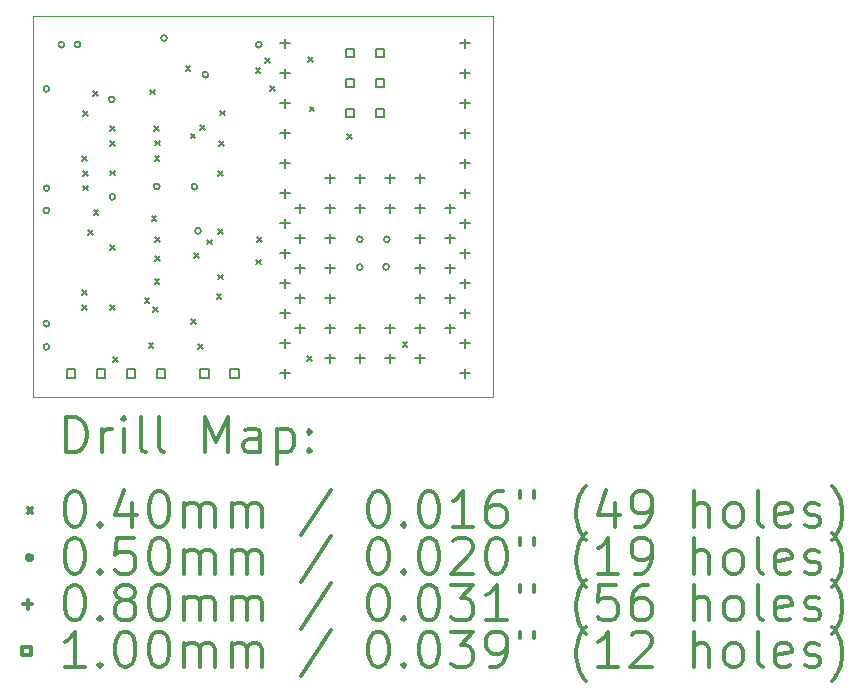
<source format=gbr>
%FSLAX45Y45*%
G04 Gerber Fmt 4.5, Leading zero omitted, Abs format (unit mm)*
G04 Created by KiCad (PCBNEW (5.1.0)-1) date 2021-03-04 19:56:53*
%MOMM*%
%LPD*%
G04 APERTURE LIST*
%ADD10C,0.050000*%
%ADD11C,0.200000*%
%ADD12C,0.300000*%
G04 APERTURE END LIST*
D10*
X10825480Y-11676380D02*
X10825480Y-8453120D01*
X14724380Y-11676380D02*
X10825480Y-11676380D01*
X14724380Y-8453120D02*
X14724380Y-11676380D01*
X10825480Y-8453120D02*
X14724380Y-8453120D01*
D11*
X11242360Y-9634540D02*
X11282360Y-9674540D01*
X11282360Y-9634540D02*
X11242360Y-9674540D01*
X11242360Y-10772460D02*
X11282360Y-10812460D01*
X11282360Y-10772460D02*
X11242360Y-10812460D01*
X11244900Y-10899460D02*
X11284900Y-10939460D01*
X11284900Y-10899460D02*
X11244900Y-10939460D01*
X11249980Y-9256080D02*
X11289980Y-9296080D01*
X11289980Y-9256080D02*
X11249980Y-9296080D01*
X11249980Y-9761540D02*
X11289980Y-9801540D01*
X11289980Y-9761540D02*
X11249980Y-9801540D01*
X11252520Y-9886000D02*
X11292520Y-9926000D01*
X11292520Y-9886000D02*
X11252520Y-9926000D01*
X11293160Y-10261920D02*
X11333160Y-10301920D01*
X11333160Y-10261920D02*
X11293160Y-10301920D01*
X11338880Y-9088440D02*
X11378880Y-9128440D01*
X11378880Y-9088440D02*
X11338880Y-9128440D01*
X11341420Y-10091740D02*
X11381420Y-10131740D01*
X11381420Y-10091740D02*
X11341420Y-10131740D01*
X11481120Y-9380540D02*
X11521120Y-9420540D01*
X11521120Y-9380540D02*
X11481120Y-9420540D01*
X11481120Y-9507540D02*
X11521120Y-9547540D01*
X11521120Y-9507540D02*
X11481120Y-9547540D01*
X11483660Y-9759960D02*
X11523660Y-9799960D01*
X11523660Y-9759960D02*
X11483660Y-9799960D01*
X11483660Y-10391460D02*
X11523660Y-10431460D01*
X11523660Y-10391460D02*
X11483660Y-10431460D01*
X11483660Y-10899460D02*
X11523660Y-10939460D01*
X11523660Y-10899460D02*
X11483660Y-10939460D01*
X11509060Y-11336340D02*
X11549060Y-11376340D01*
X11549060Y-11336340D02*
X11509060Y-11376340D01*
X11773220Y-10835960D02*
X11813220Y-10875960D01*
X11813220Y-10835960D02*
X11773220Y-10875960D01*
X11806240Y-11222040D02*
X11846240Y-11262040D01*
X11846240Y-11222040D02*
X11806240Y-11262040D01*
X11818940Y-9073200D02*
X11858940Y-9113200D01*
X11858940Y-9073200D02*
X11818940Y-9113200D01*
X11831640Y-10145080D02*
X11871640Y-10185080D01*
X11871640Y-10145080D02*
X11831640Y-10185080D01*
X11844340Y-10914700D02*
X11884340Y-10954700D01*
X11884340Y-10914700D02*
X11844340Y-10954700D01*
X11851960Y-9380540D02*
X11891960Y-9420540D01*
X11891960Y-9380540D02*
X11851960Y-9420540D01*
X11857040Y-9634540D02*
X11897040Y-9674540D01*
X11897040Y-9634540D02*
X11857040Y-9674540D01*
X11857040Y-10678480D02*
X11897040Y-10718480D01*
X11897040Y-10678480D02*
X11857040Y-10718480D01*
X11862120Y-9505000D02*
X11902120Y-9545000D01*
X11902120Y-9505000D02*
X11862120Y-9545000D01*
X11862120Y-10325420D02*
X11902120Y-10365420D01*
X11902120Y-10325420D02*
X11862120Y-10365420D01*
X11864660Y-10485440D02*
X11904660Y-10525440D01*
X11904660Y-10485440D02*
X11864660Y-10525440D01*
X12120645Y-8877065D02*
X12160645Y-8917065D01*
X12160645Y-8877065D02*
X12120645Y-8917065D01*
X12161840Y-9446580D02*
X12201840Y-9486580D01*
X12201840Y-9446580D02*
X12161840Y-9486580D01*
X12169460Y-11018840D02*
X12209460Y-11058840D01*
X12209460Y-11018840D02*
X12169460Y-11058840D01*
X12192320Y-10457500D02*
X12232320Y-10497500D01*
X12232320Y-10457500D02*
X12192320Y-10497500D01*
X12227880Y-11227120D02*
X12267880Y-11267120D01*
X12267880Y-11227120D02*
X12227880Y-11267120D01*
X12243120Y-9372920D02*
X12283120Y-9412920D01*
X12283120Y-9372920D02*
X12243120Y-9412920D01*
X12299000Y-10343200D02*
X12339000Y-10383200D01*
X12339000Y-10343200D02*
X12299000Y-10383200D01*
X12382820Y-10802940D02*
X12422820Y-10842940D01*
X12422820Y-10802940D02*
X12382820Y-10842940D01*
X12392980Y-9761540D02*
X12432980Y-9801540D01*
X12432980Y-9761540D02*
X12392980Y-9801540D01*
X12392980Y-10254300D02*
X12432980Y-10294300D01*
X12432980Y-10254300D02*
X12392980Y-10294300D01*
X12398060Y-10640380D02*
X12438060Y-10680380D01*
X12438060Y-10640380D02*
X12398060Y-10680380D01*
X12403140Y-9507540D02*
X12443140Y-9547540D01*
X12443140Y-9507540D02*
X12403140Y-9547540D01*
X12410760Y-9251000D02*
X12450760Y-9291000D01*
X12450760Y-9251000D02*
X12410760Y-9291000D01*
X12713020Y-8890320D02*
X12753020Y-8930320D01*
X12753020Y-8890320D02*
X12713020Y-8930320D01*
X12718100Y-10513380D02*
X12758100Y-10553380D01*
X12758100Y-10513380D02*
X12718100Y-10553380D01*
X12725720Y-10320340D02*
X12765720Y-10360340D01*
X12765720Y-10320340D02*
X12725720Y-10360340D01*
X12794300Y-8803960D02*
X12834300Y-8843960D01*
X12834300Y-8803960D02*
X12794300Y-8843960D01*
X12834940Y-9042720D02*
X12874940Y-9082720D01*
X12874940Y-9042720D02*
X12834940Y-9082720D01*
X13147360Y-11328720D02*
X13187360Y-11368720D01*
X13187360Y-11328720D02*
X13147360Y-11368720D01*
X13160060Y-8801420D02*
X13200060Y-8841420D01*
X13200060Y-8801420D02*
X13160060Y-8841420D01*
X13170220Y-9217980D02*
X13210220Y-9257980D01*
X13210220Y-9217980D02*
X13170220Y-9257980D01*
X13487720Y-9451660D02*
X13527720Y-9491660D01*
X13527720Y-9451660D02*
X13487720Y-9491660D01*
X13957620Y-11214420D02*
X13997620Y-11254420D01*
X13997620Y-11214420D02*
X13957620Y-11254420D01*
X10966050Y-9067800D02*
G75*
G03X10966050Y-9067800I-25000J0D01*
G01*
X10966050Y-9908540D02*
G75*
G03X10966050Y-9908540I-25000J0D01*
G01*
X10966050Y-10096500D02*
G75*
G03X10966050Y-10096500I-25000J0D01*
G01*
X10966050Y-11055350D02*
G75*
G03X10966050Y-11055350I-25000J0D01*
G01*
X10966050Y-11252200D02*
G75*
G03X10966050Y-11252200I-25000J0D01*
G01*
X11093050Y-8693150D02*
G75*
G03X11093050Y-8693150I-25000J0D01*
G01*
X11228940Y-8691880D02*
G75*
G03X11228940Y-8691880I-25000J0D01*
G01*
X11518500Y-9156700D02*
G75*
G03X11518500Y-9156700I-25000J0D01*
G01*
X11524850Y-9982200D02*
G75*
G03X11524850Y-9982200I-25000J0D01*
G01*
X11899500Y-9893300D02*
G75*
G03X11899500Y-9893300I-25000J0D01*
G01*
X11961710Y-8637290D02*
G75*
G03X11961710Y-8637290I-25000J0D01*
G01*
X12219540Y-9895840D02*
G75*
G03X12219540Y-9895840I-25000J0D01*
G01*
X12250020Y-10269220D02*
G75*
G03X12250020Y-10269220I-25000J0D01*
G01*
X12312250Y-8947150D02*
G75*
G03X12312250Y-8947150I-25000J0D01*
G01*
X12763100Y-8693150D02*
G75*
G03X12763100Y-8693150I-25000J0D01*
G01*
X13619080Y-10340340D02*
G75*
G03X13619080Y-10340340I-25000J0D01*
G01*
X13619080Y-10576560D02*
G75*
G03X13619080Y-10576560I-25000J0D01*
G01*
X13842600Y-10574020D02*
G75*
G03X13842600Y-10574020I-25000J0D01*
G01*
X13847680Y-10340340D02*
G75*
G03X13847680Y-10340340I-25000J0D01*
G01*
X13088620Y-10038720D02*
X13088620Y-10118720D01*
X13048620Y-10078720D02*
X13128620Y-10078720D01*
X13088620Y-10292720D02*
X13088620Y-10372720D01*
X13048620Y-10332720D02*
X13128620Y-10332720D01*
X13088620Y-10546720D02*
X13088620Y-10626720D01*
X13048620Y-10586720D02*
X13128620Y-10586720D01*
X13088620Y-10800720D02*
X13088620Y-10880720D01*
X13048620Y-10840720D02*
X13128620Y-10840720D01*
X13088620Y-11054720D02*
X13088620Y-11134720D01*
X13048620Y-11094720D02*
X13128620Y-11094720D01*
X13342620Y-9784720D02*
X13342620Y-9864720D01*
X13302620Y-9824720D02*
X13382620Y-9824720D01*
X13342620Y-10038720D02*
X13342620Y-10118720D01*
X13302620Y-10078720D02*
X13382620Y-10078720D01*
X13342620Y-10292720D02*
X13342620Y-10372720D01*
X13302620Y-10332720D02*
X13382620Y-10332720D01*
X13342620Y-10546720D02*
X13342620Y-10626720D01*
X13302620Y-10586720D02*
X13382620Y-10586720D01*
X13342620Y-10800720D02*
X13342620Y-10880720D01*
X13302620Y-10840720D02*
X13382620Y-10840720D01*
X13342620Y-11054720D02*
X13342620Y-11134720D01*
X13302620Y-11094720D02*
X13382620Y-11094720D01*
X13342620Y-11308720D02*
X13342620Y-11388720D01*
X13302620Y-11348720D02*
X13382620Y-11348720D01*
X13596620Y-9784720D02*
X13596620Y-9864720D01*
X13556620Y-9824720D02*
X13636620Y-9824720D01*
X13596620Y-10038720D02*
X13596620Y-10118720D01*
X13556620Y-10078720D02*
X13636620Y-10078720D01*
X13596620Y-11054720D02*
X13596620Y-11134720D01*
X13556620Y-11094720D02*
X13636620Y-11094720D01*
X13596620Y-11308720D02*
X13596620Y-11388720D01*
X13556620Y-11348720D02*
X13636620Y-11348720D01*
X13850620Y-9784720D02*
X13850620Y-9864720D01*
X13810620Y-9824720D02*
X13890620Y-9824720D01*
X13850620Y-10038720D02*
X13850620Y-10118720D01*
X13810620Y-10078720D02*
X13890620Y-10078720D01*
X13850620Y-11054720D02*
X13850620Y-11134720D01*
X13810620Y-11094720D02*
X13890620Y-11094720D01*
X13850620Y-11308720D02*
X13850620Y-11388720D01*
X13810620Y-11348720D02*
X13890620Y-11348720D01*
X14104620Y-9784720D02*
X14104620Y-9864720D01*
X14064620Y-9824720D02*
X14144620Y-9824720D01*
X14104620Y-10038720D02*
X14104620Y-10118720D01*
X14064620Y-10078720D02*
X14144620Y-10078720D01*
X14104620Y-10292720D02*
X14104620Y-10372720D01*
X14064620Y-10332720D02*
X14144620Y-10332720D01*
X14104620Y-10546720D02*
X14104620Y-10626720D01*
X14064620Y-10586720D02*
X14144620Y-10586720D01*
X14104620Y-10800720D02*
X14104620Y-10880720D01*
X14064620Y-10840720D02*
X14144620Y-10840720D01*
X14104620Y-11054720D02*
X14104620Y-11134720D01*
X14064620Y-11094720D02*
X14144620Y-11094720D01*
X14104620Y-11308720D02*
X14104620Y-11388720D01*
X14064620Y-11348720D02*
X14144620Y-11348720D01*
X14358620Y-10038720D02*
X14358620Y-10118720D01*
X14318620Y-10078720D02*
X14398620Y-10078720D01*
X14358620Y-10292720D02*
X14358620Y-10372720D01*
X14318620Y-10332720D02*
X14398620Y-10332720D01*
X14358620Y-10546720D02*
X14358620Y-10626720D01*
X14318620Y-10586720D02*
X14398620Y-10586720D01*
X14358620Y-10800720D02*
X14358620Y-10880720D01*
X14318620Y-10840720D02*
X14398620Y-10840720D01*
X14358620Y-11054720D02*
X14358620Y-11134720D01*
X14318620Y-11094720D02*
X14398620Y-11094720D01*
X14485620Y-8641720D02*
X14485620Y-8721720D01*
X14445620Y-8681720D02*
X14525620Y-8681720D01*
X14485620Y-8895720D02*
X14485620Y-8975720D01*
X14445620Y-8935720D02*
X14525620Y-8935720D01*
X14485620Y-9149720D02*
X14485620Y-9229720D01*
X14445620Y-9189720D02*
X14525620Y-9189720D01*
X14485620Y-9403720D02*
X14485620Y-9483720D01*
X14445620Y-9443720D02*
X14525620Y-9443720D01*
X14485620Y-9657720D02*
X14485620Y-9737720D01*
X14445620Y-9697720D02*
X14525620Y-9697720D01*
X14485620Y-9911720D02*
X14485620Y-9991720D01*
X14445620Y-9951720D02*
X14525620Y-9951720D01*
X14485620Y-10165720D02*
X14485620Y-10245720D01*
X14445620Y-10205720D02*
X14525620Y-10205720D01*
X14485620Y-10419720D02*
X14485620Y-10499720D01*
X14445620Y-10459720D02*
X14525620Y-10459720D01*
X14485620Y-10673720D02*
X14485620Y-10753720D01*
X14445620Y-10713720D02*
X14525620Y-10713720D01*
X14485620Y-10927720D02*
X14485620Y-11007720D01*
X14445620Y-10967720D02*
X14525620Y-10967720D01*
X14485620Y-11181720D02*
X14485620Y-11261720D01*
X14445620Y-11221720D02*
X14525620Y-11221720D01*
X14485620Y-11435720D02*
X14485620Y-11515720D01*
X14445620Y-11475720D02*
X14525620Y-11475720D01*
X12961620Y-8641720D02*
X12961620Y-8721720D01*
X12921620Y-8681720D02*
X13001620Y-8681720D01*
X12961620Y-8895720D02*
X12961620Y-8975720D01*
X12921620Y-8935720D02*
X13001620Y-8935720D01*
X12961620Y-9149720D02*
X12961620Y-9229720D01*
X12921620Y-9189720D02*
X13001620Y-9189720D01*
X12961620Y-9403720D02*
X12961620Y-9483720D01*
X12921620Y-9443720D02*
X13001620Y-9443720D01*
X12961620Y-9657720D02*
X12961620Y-9737720D01*
X12921620Y-9697720D02*
X13001620Y-9697720D01*
X12961620Y-9911720D02*
X12961620Y-9991720D01*
X12921620Y-9951720D02*
X13001620Y-9951720D01*
X12961620Y-10165720D02*
X12961620Y-10245720D01*
X12921620Y-10205720D02*
X13001620Y-10205720D01*
X12961620Y-10419720D02*
X12961620Y-10499720D01*
X12921620Y-10459720D02*
X13001620Y-10459720D01*
X12961620Y-10673720D02*
X12961620Y-10753720D01*
X12921620Y-10713720D02*
X13001620Y-10713720D01*
X12961620Y-10927720D02*
X12961620Y-11007720D01*
X12921620Y-10967720D02*
X13001620Y-10967720D01*
X12961620Y-11181720D02*
X12961620Y-11261720D01*
X12921620Y-11221720D02*
X13001620Y-11221720D01*
X12961620Y-11435720D02*
X12961620Y-11515720D01*
X12921620Y-11475720D02*
X13001620Y-11475720D01*
X12316256Y-11511076D02*
X12316256Y-11440364D01*
X12245544Y-11440364D01*
X12245544Y-11511076D01*
X12316256Y-11511076D01*
X12570256Y-11511076D02*
X12570256Y-11440364D01*
X12499544Y-11440364D01*
X12499544Y-11511076D01*
X12570256Y-11511076D01*
X11183416Y-11511076D02*
X11183416Y-11440364D01*
X11112704Y-11440364D01*
X11112704Y-11511076D01*
X11183416Y-11511076D01*
X11437416Y-11511076D02*
X11437416Y-11440364D01*
X11366704Y-11440364D01*
X11366704Y-11511076D01*
X11437416Y-11511076D01*
X11691416Y-11511076D02*
X11691416Y-11440364D01*
X11620704Y-11440364D01*
X11620704Y-11511076D01*
X11691416Y-11511076D01*
X11945416Y-11511076D02*
X11945416Y-11440364D01*
X11874704Y-11440364D01*
X11874704Y-11511076D01*
X11945416Y-11511076D01*
X13545616Y-8798356D02*
X13545616Y-8727644D01*
X13474904Y-8727644D01*
X13474904Y-8798356D01*
X13545616Y-8798356D01*
X13545616Y-9052356D02*
X13545616Y-8981644D01*
X13474904Y-8981644D01*
X13474904Y-9052356D01*
X13545616Y-9052356D01*
X13545616Y-9306356D02*
X13545616Y-9235644D01*
X13474904Y-9235644D01*
X13474904Y-9306356D01*
X13545616Y-9306356D01*
X13799616Y-8798356D02*
X13799616Y-8727644D01*
X13728904Y-8727644D01*
X13728904Y-8798356D01*
X13799616Y-8798356D01*
X13799616Y-9052356D02*
X13799616Y-8981644D01*
X13728904Y-8981644D01*
X13728904Y-9052356D01*
X13799616Y-9052356D01*
X13799616Y-9306356D02*
X13799616Y-9235644D01*
X13728904Y-9235644D01*
X13728904Y-9306356D01*
X13799616Y-9306356D01*
D12*
X11109408Y-12144594D02*
X11109408Y-11844594D01*
X11180837Y-11844594D01*
X11223694Y-11858880D01*
X11252266Y-11887451D01*
X11266551Y-11916023D01*
X11280837Y-11973166D01*
X11280837Y-12016023D01*
X11266551Y-12073166D01*
X11252266Y-12101737D01*
X11223694Y-12130309D01*
X11180837Y-12144594D01*
X11109408Y-12144594D01*
X11409408Y-12144594D02*
X11409408Y-11944594D01*
X11409408Y-12001737D02*
X11423694Y-11973166D01*
X11437980Y-11958880D01*
X11466551Y-11944594D01*
X11495123Y-11944594D01*
X11595123Y-12144594D02*
X11595123Y-11944594D01*
X11595123Y-11844594D02*
X11580837Y-11858880D01*
X11595123Y-11873166D01*
X11609408Y-11858880D01*
X11595123Y-11844594D01*
X11595123Y-11873166D01*
X11780837Y-12144594D02*
X11752266Y-12130309D01*
X11737980Y-12101737D01*
X11737980Y-11844594D01*
X11937980Y-12144594D02*
X11909408Y-12130309D01*
X11895123Y-12101737D01*
X11895123Y-11844594D01*
X12280837Y-12144594D02*
X12280837Y-11844594D01*
X12380837Y-12058880D01*
X12480837Y-11844594D01*
X12480837Y-12144594D01*
X12752266Y-12144594D02*
X12752266Y-11987451D01*
X12737980Y-11958880D01*
X12709408Y-11944594D01*
X12652266Y-11944594D01*
X12623694Y-11958880D01*
X12752266Y-12130309D02*
X12723694Y-12144594D01*
X12652266Y-12144594D01*
X12623694Y-12130309D01*
X12609408Y-12101737D01*
X12609408Y-12073166D01*
X12623694Y-12044594D01*
X12652266Y-12030309D01*
X12723694Y-12030309D01*
X12752266Y-12016023D01*
X12895123Y-11944594D02*
X12895123Y-12244594D01*
X12895123Y-11958880D02*
X12923694Y-11944594D01*
X12980837Y-11944594D01*
X13009408Y-11958880D01*
X13023694Y-11973166D01*
X13037980Y-12001737D01*
X13037980Y-12087451D01*
X13023694Y-12116023D01*
X13009408Y-12130309D01*
X12980837Y-12144594D01*
X12923694Y-12144594D01*
X12895123Y-12130309D01*
X13166551Y-12116023D02*
X13180837Y-12130309D01*
X13166551Y-12144594D01*
X13152266Y-12130309D01*
X13166551Y-12116023D01*
X13166551Y-12144594D01*
X13166551Y-11958880D02*
X13180837Y-11973166D01*
X13166551Y-11987451D01*
X13152266Y-11973166D01*
X13166551Y-11958880D01*
X13166551Y-11987451D01*
X10782980Y-12618880D02*
X10822980Y-12658880D01*
X10822980Y-12618880D02*
X10782980Y-12658880D01*
X11166551Y-12474594D02*
X11195123Y-12474594D01*
X11223694Y-12488880D01*
X11237980Y-12503166D01*
X11252266Y-12531737D01*
X11266551Y-12588880D01*
X11266551Y-12660309D01*
X11252266Y-12717451D01*
X11237980Y-12746023D01*
X11223694Y-12760309D01*
X11195123Y-12774594D01*
X11166551Y-12774594D01*
X11137980Y-12760309D01*
X11123694Y-12746023D01*
X11109408Y-12717451D01*
X11095123Y-12660309D01*
X11095123Y-12588880D01*
X11109408Y-12531737D01*
X11123694Y-12503166D01*
X11137980Y-12488880D01*
X11166551Y-12474594D01*
X11395123Y-12746023D02*
X11409408Y-12760309D01*
X11395123Y-12774594D01*
X11380837Y-12760309D01*
X11395123Y-12746023D01*
X11395123Y-12774594D01*
X11666551Y-12574594D02*
X11666551Y-12774594D01*
X11595123Y-12460309D02*
X11523694Y-12674594D01*
X11709408Y-12674594D01*
X11880837Y-12474594D02*
X11909408Y-12474594D01*
X11937980Y-12488880D01*
X11952266Y-12503166D01*
X11966551Y-12531737D01*
X11980837Y-12588880D01*
X11980837Y-12660309D01*
X11966551Y-12717451D01*
X11952266Y-12746023D01*
X11937980Y-12760309D01*
X11909408Y-12774594D01*
X11880837Y-12774594D01*
X11852266Y-12760309D01*
X11837980Y-12746023D01*
X11823694Y-12717451D01*
X11809408Y-12660309D01*
X11809408Y-12588880D01*
X11823694Y-12531737D01*
X11837980Y-12503166D01*
X11852266Y-12488880D01*
X11880837Y-12474594D01*
X12109408Y-12774594D02*
X12109408Y-12574594D01*
X12109408Y-12603166D02*
X12123694Y-12588880D01*
X12152266Y-12574594D01*
X12195123Y-12574594D01*
X12223694Y-12588880D01*
X12237980Y-12617451D01*
X12237980Y-12774594D01*
X12237980Y-12617451D02*
X12252266Y-12588880D01*
X12280837Y-12574594D01*
X12323694Y-12574594D01*
X12352266Y-12588880D01*
X12366551Y-12617451D01*
X12366551Y-12774594D01*
X12509408Y-12774594D02*
X12509408Y-12574594D01*
X12509408Y-12603166D02*
X12523694Y-12588880D01*
X12552266Y-12574594D01*
X12595123Y-12574594D01*
X12623694Y-12588880D01*
X12637980Y-12617451D01*
X12637980Y-12774594D01*
X12637980Y-12617451D02*
X12652266Y-12588880D01*
X12680837Y-12574594D01*
X12723694Y-12574594D01*
X12752266Y-12588880D01*
X12766551Y-12617451D01*
X12766551Y-12774594D01*
X13352266Y-12460309D02*
X13095123Y-12846023D01*
X13737980Y-12474594D02*
X13766551Y-12474594D01*
X13795123Y-12488880D01*
X13809408Y-12503166D01*
X13823694Y-12531737D01*
X13837980Y-12588880D01*
X13837980Y-12660309D01*
X13823694Y-12717451D01*
X13809408Y-12746023D01*
X13795123Y-12760309D01*
X13766551Y-12774594D01*
X13737980Y-12774594D01*
X13709408Y-12760309D01*
X13695123Y-12746023D01*
X13680837Y-12717451D01*
X13666551Y-12660309D01*
X13666551Y-12588880D01*
X13680837Y-12531737D01*
X13695123Y-12503166D01*
X13709408Y-12488880D01*
X13737980Y-12474594D01*
X13966551Y-12746023D02*
X13980837Y-12760309D01*
X13966551Y-12774594D01*
X13952266Y-12760309D01*
X13966551Y-12746023D01*
X13966551Y-12774594D01*
X14166551Y-12474594D02*
X14195123Y-12474594D01*
X14223694Y-12488880D01*
X14237980Y-12503166D01*
X14252266Y-12531737D01*
X14266551Y-12588880D01*
X14266551Y-12660309D01*
X14252266Y-12717451D01*
X14237980Y-12746023D01*
X14223694Y-12760309D01*
X14195123Y-12774594D01*
X14166551Y-12774594D01*
X14137980Y-12760309D01*
X14123694Y-12746023D01*
X14109408Y-12717451D01*
X14095123Y-12660309D01*
X14095123Y-12588880D01*
X14109408Y-12531737D01*
X14123694Y-12503166D01*
X14137980Y-12488880D01*
X14166551Y-12474594D01*
X14552266Y-12774594D02*
X14380837Y-12774594D01*
X14466551Y-12774594D02*
X14466551Y-12474594D01*
X14437980Y-12517451D01*
X14409408Y-12546023D01*
X14380837Y-12560309D01*
X14809408Y-12474594D02*
X14752266Y-12474594D01*
X14723694Y-12488880D01*
X14709408Y-12503166D01*
X14680837Y-12546023D01*
X14666551Y-12603166D01*
X14666551Y-12717451D01*
X14680837Y-12746023D01*
X14695123Y-12760309D01*
X14723694Y-12774594D01*
X14780837Y-12774594D01*
X14809408Y-12760309D01*
X14823694Y-12746023D01*
X14837980Y-12717451D01*
X14837980Y-12646023D01*
X14823694Y-12617451D01*
X14809408Y-12603166D01*
X14780837Y-12588880D01*
X14723694Y-12588880D01*
X14695123Y-12603166D01*
X14680837Y-12617451D01*
X14666551Y-12646023D01*
X14952266Y-12474594D02*
X14952266Y-12531737D01*
X15066551Y-12474594D02*
X15066551Y-12531737D01*
X15509408Y-12888880D02*
X15495123Y-12874594D01*
X15466551Y-12831737D01*
X15452266Y-12803166D01*
X15437980Y-12760309D01*
X15423694Y-12688880D01*
X15423694Y-12631737D01*
X15437980Y-12560309D01*
X15452266Y-12517451D01*
X15466551Y-12488880D01*
X15495123Y-12446023D01*
X15509408Y-12431737D01*
X15752266Y-12574594D02*
X15752266Y-12774594D01*
X15680837Y-12460309D02*
X15609408Y-12674594D01*
X15795123Y-12674594D01*
X15923694Y-12774594D02*
X15980837Y-12774594D01*
X16009408Y-12760309D01*
X16023694Y-12746023D01*
X16052266Y-12703166D01*
X16066551Y-12646023D01*
X16066551Y-12531737D01*
X16052266Y-12503166D01*
X16037980Y-12488880D01*
X16009408Y-12474594D01*
X15952266Y-12474594D01*
X15923694Y-12488880D01*
X15909408Y-12503166D01*
X15895123Y-12531737D01*
X15895123Y-12603166D01*
X15909408Y-12631737D01*
X15923694Y-12646023D01*
X15952266Y-12660309D01*
X16009408Y-12660309D01*
X16037980Y-12646023D01*
X16052266Y-12631737D01*
X16066551Y-12603166D01*
X16423694Y-12774594D02*
X16423694Y-12474594D01*
X16552266Y-12774594D02*
X16552266Y-12617451D01*
X16537980Y-12588880D01*
X16509408Y-12574594D01*
X16466551Y-12574594D01*
X16437980Y-12588880D01*
X16423694Y-12603166D01*
X16737980Y-12774594D02*
X16709408Y-12760309D01*
X16695123Y-12746023D01*
X16680837Y-12717451D01*
X16680837Y-12631737D01*
X16695123Y-12603166D01*
X16709408Y-12588880D01*
X16737980Y-12574594D01*
X16780837Y-12574594D01*
X16809408Y-12588880D01*
X16823694Y-12603166D01*
X16837980Y-12631737D01*
X16837980Y-12717451D01*
X16823694Y-12746023D01*
X16809408Y-12760309D01*
X16780837Y-12774594D01*
X16737980Y-12774594D01*
X17009408Y-12774594D02*
X16980837Y-12760309D01*
X16966551Y-12731737D01*
X16966551Y-12474594D01*
X17237980Y-12760309D02*
X17209408Y-12774594D01*
X17152266Y-12774594D01*
X17123694Y-12760309D01*
X17109408Y-12731737D01*
X17109408Y-12617451D01*
X17123694Y-12588880D01*
X17152266Y-12574594D01*
X17209408Y-12574594D01*
X17237980Y-12588880D01*
X17252266Y-12617451D01*
X17252266Y-12646023D01*
X17109408Y-12674594D01*
X17366551Y-12760309D02*
X17395123Y-12774594D01*
X17452266Y-12774594D01*
X17480837Y-12760309D01*
X17495123Y-12731737D01*
X17495123Y-12717451D01*
X17480837Y-12688880D01*
X17452266Y-12674594D01*
X17409408Y-12674594D01*
X17380837Y-12660309D01*
X17366551Y-12631737D01*
X17366551Y-12617451D01*
X17380837Y-12588880D01*
X17409408Y-12574594D01*
X17452266Y-12574594D01*
X17480837Y-12588880D01*
X17595123Y-12888880D02*
X17609408Y-12874594D01*
X17637980Y-12831737D01*
X17652266Y-12803166D01*
X17666551Y-12760309D01*
X17680837Y-12688880D01*
X17680837Y-12631737D01*
X17666551Y-12560309D01*
X17652266Y-12517451D01*
X17637980Y-12488880D01*
X17609408Y-12446023D01*
X17595123Y-12431737D01*
X10822980Y-13034880D02*
G75*
G03X10822980Y-13034880I-25000J0D01*
G01*
X11166551Y-12870594D02*
X11195123Y-12870594D01*
X11223694Y-12884880D01*
X11237980Y-12899166D01*
X11252266Y-12927737D01*
X11266551Y-12984880D01*
X11266551Y-13056309D01*
X11252266Y-13113451D01*
X11237980Y-13142023D01*
X11223694Y-13156309D01*
X11195123Y-13170594D01*
X11166551Y-13170594D01*
X11137980Y-13156309D01*
X11123694Y-13142023D01*
X11109408Y-13113451D01*
X11095123Y-13056309D01*
X11095123Y-12984880D01*
X11109408Y-12927737D01*
X11123694Y-12899166D01*
X11137980Y-12884880D01*
X11166551Y-12870594D01*
X11395123Y-13142023D02*
X11409408Y-13156309D01*
X11395123Y-13170594D01*
X11380837Y-13156309D01*
X11395123Y-13142023D01*
X11395123Y-13170594D01*
X11680837Y-12870594D02*
X11537980Y-12870594D01*
X11523694Y-13013451D01*
X11537980Y-12999166D01*
X11566551Y-12984880D01*
X11637980Y-12984880D01*
X11666551Y-12999166D01*
X11680837Y-13013451D01*
X11695123Y-13042023D01*
X11695123Y-13113451D01*
X11680837Y-13142023D01*
X11666551Y-13156309D01*
X11637980Y-13170594D01*
X11566551Y-13170594D01*
X11537980Y-13156309D01*
X11523694Y-13142023D01*
X11880837Y-12870594D02*
X11909408Y-12870594D01*
X11937980Y-12884880D01*
X11952266Y-12899166D01*
X11966551Y-12927737D01*
X11980837Y-12984880D01*
X11980837Y-13056309D01*
X11966551Y-13113451D01*
X11952266Y-13142023D01*
X11937980Y-13156309D01*
X11909408Y-13170594D01*
X11880837Y-13170594D01*
X11852266Y-13156309D01*
X11837980Y-13142023D01*
X11823694Y-13113451D01*
X11809408Y-13056309D01*
X11809408Y-12984880D01*
X11823694Y-12927737D01*
X11837980Y-12899166D01*
X11852266Y-12884880D01*
X11880837Y-12870594D01*
X12109408Y-13170594D02*
X12109408Y-12970594D01*
X12109408Y-12999166D02*
X12123694Y-12984880D01*
X12152266Y-12970594D01*
X12195123Y-12970594D01*
X12223694Y-12984880D01*
X12237980Y-13013451D01*
X12237980Y-13170594D01*
X12237980Y-13013451D02*
X12252266Y-12984880D01*
X12280837Y-12970594D01*
X12323694Y-12970594D01*
X12352266Y-12984880D01*
X12366551Y-13013451D01*
X12366551Y-13170594D01*
X12509408Y-13170594D02*
X12509408Y-12970594D01*
X12509408Y-12999166D02*
X12523694Y-12984880D01*
X12552266Y-12970594D01*
X12595123Y-12970594D01*
X12623694Y-12984880D01*
X12637980Y-13013451D01*
X12637980Y-13170594D01*
X12637980Y-13013451D02*
X12652266Y-12984880D01*
X12680837Y-12970594D01*
X12723694Y-12970594D01*
X12752266Y-12984880D01*
X12766551Y-13013451D01*
X12766551Y-13170594D01*
X13352266Y-12856309D02*
X13095123Y-13242023D01*
X13737980Y-12870594D02*
X13766551Y-12870594D01*
X13795123Y-12884880D01*
X13809408Y-12899166D01*
X13823694Y-12927737D01*
X13837980Y-12984880D01*
X13837980Y-13056309D01*
X13823694Y-13113451D01*
X13809408Y-13142023D01*
X13795123Y-13156309D01*
X13766551Y-13170594D01*
X13737980Y-13170594D01*
X13709408Y-13156309D01*
X13695123Y-13142023D01*
X13680837Y-13113451D01*
X13666551Y-13056309D01*
X13666551Y-12984880D01*
X13680837Y-12927737D01*
X13695123Y-12899166D01*
X13709408Y-12884880D01*
X13737980Y-12870594D01*
X13966551Y-13142023D02*
X13980837Y-13156309D01*
X13966551Y-13170594D01*
X13952266Y-13156309D01*
X13966551Y-13142023D01*
X13966551Y-13170594D01*
X14166551Y-12870594D02*
X14195123Y-12870594D01*
X14223694Y-12884880D01*
X14237980Y-12899166D01*
X14252266Y-12927737D01*
X14266551Y-12984880D01*
X14266551Y-13056309D01*
X14252266Y-13113451D01*
X14237980Y-13142023D01*
X14223694Y-13156309D01*
X14195123Y-13170594D01*
X14166551Y-13170594D01*
X14137980Y-13156309D01*
X14123694Y-13142023D01*
X14109408Y-13113451D01*
X14095123Y-13056309D01*
X14095123Y-12984880D01*
X14109408Y-12927737D01*
X14123694Y-12899166D01*
X14137980Y-12884880D01*
X14166551Y-12870594D01*
X14380837Y-12899166D02*
X14395123Y-12884880D01*
X14423694Y-12870594D01*
X14495123Y-12870594D01*
X14523694Y-12884880D01*
X14537980Y-12899166D01*
X14552266Y-12927737D01*
X14552266Y-12956309D01*
X14537980Y-12999166D01*
X14366551Y-13170594D01*
X14552266Y-13170594D01*
X14737980Y-12870594D02*
X14766551Y-12870594D01*
X14795123Y-12884880D01*
X14809408Y-12899166D01*
X14823694Y-12927737D01*
X14837980Y-12984880D01*
X14837980Y-13056309D01*
X14823694Y-13113451D01*
X14809408Y-13142023D01*
X14795123Y-13156309D01*
X14766551Y-13170594D01*
X14737980Y-13170594D01*
X14709408Y-13156309D01*
X14695123Y-13142023D01*
X14680837Y-13113451D01*
X14666551Y-13056309D01*
X14666551Y-12984880D01*
X14680837Y-12927737D01*
X14695123Y-12899166D01*
X14709408Y-12884880D01*
X14737980Y-12870594D01*
X14952266Y-12870594D02*
X14952266Y-12927737D01*
X15066551Y-12870594D02*
X15066551Y-12927737D01*
X15509408Y-13284880D02*
X15495123Y-13270594D01*
X15466551Y-13227737D01*
X15452266Y-13199166D01*
X15437980Y-13156309D01*
X15423694Y-13084880D01*
X15423694Y-13027737D01*
X15437980Y-12956309D01*
X15452266Y-12913451D01*
X15466551Y-12884880D01*
X15495123Y-12842023D01*
X15509408Y-12827737D01*
X15780837Y-13170594D02*
X15609408Y-13170594D01*
X15695123Y-13170594D02*
X15695123Y-12870594D01*
X15666551Y-12913451D01*
X15637980Y-12942023D01*
X15609408Y-12956309D01*
X15923694Y-13170594D02*
X15980837Y-13170594D01*
X16009408Y-13156309D01*
X16023694Y-13142023D01*
X16052266Y-13099166D01*
X16066551Y-13042023D01*
X16066551Y-12927737D01*
X16052266Y-12899166D01*
X16037980Y-12884880D01*
X16009408Y-12870594D01*
X15952266Y-12870594D01*
X15923694Y-12884880D01*
X15909408Y-12899166D01*
X15895123Y-12927737D01*
X15895123Y-12999166D01*
X15909408Y-13027737D01*
X15923694Y-13042023D01*
X15952266Y-13056309D01*
X16009408Y-13056309D01*
X16037980Y-13042023D01*
X16052266Y-13027737D01*
X16066551Y-12999166D01*
X16423694Y-13170594D02*
X16423694Y-12870594D01*
X16552266Y-13170594D02*
X16552266Y-13013451D01*
X16537980Y-12984880D01*
X16509408Y-12970594D01*
X16466551Y-12970594D01*
X16437980Y-12984880D01*
X16423694Y-12999166D01*
X16737980Y-13170594D02*
X16709408Y-13156309D01*
X16695123Y-13142023D01*
X16680837Y-13113451D01*
X16680837Y-13027737D01*
X16695123Y-12999166D01*
X16709408Y-12984880D01*
X16737980Y-12970594D01*
X16780837Y-12970594D01*
X16809408Y-12984880D01*
X16823694Y-12999166D01*
X16837980Y-13027737D01*
X16837980Y-13113451D01*
X16823694Y-13142023D01*
X16809408Y-13156309D01*
X16780837Y-13170594D01*
X16737980Y-13170594D01*
X17009408Y-13170594D02*
X16980837Y-13156309D01*
X16966551Y-13127737D01*
X16966551Y-12870594D01*
X17237980Y-13156309D02*
X17209408Y-13170594D01*
X17152266Y-13170594D01*
X17123694Y-13156309D01*
X17109408Y-13127737D01*
X17109408Y-13013451D01*
X17123694Y-12984880D01*
X17152266Y-12970594D01*
X17209408Y-12970594D01*
X17237980Y-12984880D01*
X17252266Y-13013451D01*
X17252266Y-13042023D01*
X17109408Y-13070594D01*
X17366551Y-13156309D02*
X17395123Y-13170594D01*
X17452266Y-13170594D01*
X17480837Y-13156309D01*
X17495123Y-13127737D01*
X17495123Y-13113451D01*
X17480837Y-13084880D01*
X17452266Y-13070594D01*
X17409408Y-13070594D01*
X17380837Y-13056309D01*
X17366551Y-13027737D01*
X17366551Y-13013451D01*
X17380837Y-12984880D01*
X17409408Y-12970594D01*
X17452266Y-12970594D01*
X17480837Y-12984880D01*
X17595123Y-13284880D02*
X17609408Y-13270594D01*
X17637980Y-13227737D01*
X17652266Y-13199166D01*
X17666551Y-13156309D01*
X17680837Y-13084880D01*
X17680837Y-13027737D01*
X17666551Y-12956309D01*
X17652266Y-12913451D01*
X17637980Y-12884880D01*
X17609408Y-12842023D01*
X17595123Y-12827737D01*
X10782980Y-13390880D02*
X10782980Y-13470880D01*
X10742980Y-13430880D02*
X10822980Y-13430880D01*
X11166551Y-13266594D02*
X11195123Y-13266594D01*
X11223694Y-13280880D01*
X11237980Y-13295166D01*
X11252266Y-13323737D01*
X11266551Y-13380880D01*
X11266551Y-13452309D01*
X11252266Y-13509451D01*
X11237980Y-13538023D01*
X11223694Y-13552309D01*
X11195123Y-13566594D01*
X11166551Y-13566594D01*
X11137980Y-13552309D01*
X11123694Y-13538023D01*
X11109408Y-13509451D01*
X11095123Y-13452309D01*
X11095123Y-13380880D01*
X11109408Y-13323737D01*
X11123694Y-13295166D01*
X11137980Y-13280880D01*
X11166551Y-13266594D01*
X11395123Y-13538023D02*
X11409408Y-13552309D01*
X11395123Y-13566594D01*
X11380837Y-13552309D01*
X11395123Y-13538023D01*
X11395123Y-13566594D01*
X11580837Y-13395166D02*
X11552266Y-13380880D01*
X11537980Y-13366594D01*
X11523694Y-13338023D01*
X11523694Y-13323737D01*
X11537980Y-13295166D01*
X11552266Y-13280880D01*
X11580837Y-13266594D01*
X11637980Y-13266594D01*
X11666551Y-13280880D01*
X11680837Y-13295166D01*
X11695123Y-13323737D01*
X11695123Y-13338023D01*
X11680837Y-13366594D01*
X11666551Y-13380880D01*
X11637980Y-13395166D01*
X11580837Y-13395166D01*
X11552266Y-13409451D01*
X11537980Y-13423737D01*
X11523694Y-13452309D01*
X11523694Y-13509451D01*
X11537980Y-13538023D01*
X11552266Y-13552309D01*
X11580837Y-13566594D01*
X11637980Y-13566594D01*
X11666551Y-13552309D01*
X11680837Y-13538023D01*
X11695123Y-13509451D01*
X11695123Y-13452309D01*
X11680837Y-13423737D01*
X11666551Y-13409451D01*
X11637980Y-13395166D01*
X11880837Y-13266594D02*
X11909408Y-13266594D01*
X11937980Y-13280880D01*
X11952266Y-13295166D01*
X11966551Y-13323737D01*
X11980837Y-13380880D01*
X11980837Y-13452309D01*
X11966551Y-13509451D01*
X11952266Y-13538023D01*
X11937980Y-13552309D01*
X11909408Y-13566594D01*
X11880837Y-13566594D01*
X11852266Y-13552309D01*
X11837980Y-13538023D01*
X11823694Y-13509451D01*
X11809408Y-13452309D01*
X11809408Y-13380880D01*
X11823694Y-13323737D01*
X11837980Y-13295166D01*
X11852266Y-13280880D01*
X11880837Y-13266594D01*
X12109408Y-13566594D02*
X12109408Y-13366594D01*
X12109408Y-13395166D02*
X12123694Y-13380880D01*
X12152266Y-13366594D01*
X12195123Y-13366594D01*
X12223694Y-13380880D01*
X12237980Y-13409451D01*
X12237980Y-13566594D01*
X12237980Y-13409451D02*
X12252266Y-13380880D01*
X12280837Y-13366594D01*
X12323694Y-13366594D01*
X12352266Y-13380880D01*
X12366551Y-13409451D01*
X12366551Y-13566594D01*
X12509408Y-13566594D02*
X12509408Y-13366594D01*
X12509408Y-13395166D02*
X12523694Y-13380880D01*
X12552266Y-13366594D01*
X12595123Y-13366594D01*
X12623694Y-13380880D01*
X12637980Y-13409451D01*
X12637980Y-13566594D01*
X12637980Y-13409451D02*
X12652266Y-13380880D01*
X12680837Y-13366594D01*
X12723694Y-13366594D01*
X12752266Y-13380880D01*
X12766551Y-13409451D01*
X12766551Y-13566594D01*
X13352266Y-13252309D02*
X13095123Y-13638023D01*
X13737980Y-13266594D02*
X13766551Y-13266594D01*
X13795123Y-13280880D01*
X13809408Y-13295166D01*
X13823694Y-13323737D01*
X13837980Y-13380880D01*
X13837980Y-13452309D01*
X13823694Y-13509451D01*
X13809408Y-13538023D01*
X13795123Y-13552309D01*
X13766551Y-13566594D01*
X13737980Y-13566594D01*
X13709408Y-13552309D01*
X13695123Y-13538023D01*
X13680837Y-13509451D01*
X13666551Y-13452309D01*
X13666551Y-13380880D01*
X13680837Y-13323737D01*
X13695123Y-13295166D01*
X13709408Y-13280880D01*
X13737980Y-13266594D01*
X13966551Y-13538023D02*
X13980837Y-13552309D01*
X13966551Y-13566594D01*
X13952266Y-13552309D01*
X13966551Y-13538023D01*
X13966551Y-13566594D01*
X14166551Y-13266594D02*
X14195123Y-13266594D01*
X14223694Y-13280880D01*
X14237980Y-13295166D01*
X14252266Y-13323737D01*
X14266551Y-13380880D01*
X14266551Y-13452309D01*
X14252266Y-13509451D01*
X14237980Y-13538023D01*
X14223694Y-13552309D01*
X14195123Y-13566594D01*
X14166551Y-13566594D01*
X14137980Y-13552309D01*
X14123694Y-13538023D01*
X14109408Y-13509451D01*
X14095123Y-13452309D01*
X14095123Y-13380880D01*
X14109408Y-13323737D01*
X14123694Y-13295166D01*
X14137980Y-13280880D01*
X14166551Y-13266594D01*
X14366551Y-13266594D02*
X14552266Y-13266594D01*
X14452266Y-13380880D01*
X14495123Y-13380880D01*
X14523694Y-13395166D01*
X14537980Y-13409451D01*
X14552266Y-13438023D01*
X14552266Y-13509451D01*
X14537980Y-13538023D01*
X14523694Y-13552309D01*
X14495123Y-13566594D01*
X14409408Y-13566594D01*
X14380837Y-13552309D01*
X14366551Y-13538023D01*
X14837980Y-13566594D02*
X14666551Y-13566594D01*
X14752266Y-13566594D02*
X14752266Y-13266594D01*
X14723694Y-13309451D01*
X14695123Y-13338023D01*
X14666551Y-13352309D01*
X14952266Y-13266594D02*
X14952266Y-13323737D01*
X15066551Y-13266594D02*
X15066551Y-13323737D01*
X15509408Y-13680880D02*
X15495123Y-13666594D01*
X15466551Y-13623737D01*
X15452266Y-13595166D01*
X15437980Y-13552309D01*
X15423694Y-13480880D01*
X15423694Y-13423737D01*
X15437980Y-13352309D01*
X15452266Y-13309451D01*
X15466551Y-13280880D01*
X15495123Y-13238023D01*
X15509408Y-13223737D01*
X15766551Y-13266594D02*
X15623694Y-13266594D01*
X15609408Y-13409451D01*
X15623694Y-13395166D01*
X15652266Y-13380880D01*
X15723694Y-13380880D01*
X15752266Y-13395166D01*
X15766551Y-13409451D01*
X15780837Y-13438023D01*
X15780837Y-13509451D01*
X15766551Y-13538023D01*
X15752266Y-13552309D01*
X15723694Y-13566594D01*
X15652266Y-13566594D01*
X15623694Y-13552309D01*
X15609408Y-13538023D01*
X16037980Y-13266594D02*
X15980837Y-13266594D01*
X15952266Y-13280880D01*
X15937980Y-13295166D01*
X15909408Y-13338023D01*
X15895123Y-13395166D01*
X15895123Y-13509451D01*
X15909408Y-13538023D01*
X15923694Y-13552309D01*
X15952266Y-13566594D01*
X16009408Y-13566594D01*
X16037980Y-13552309D01*
X16052266Y-13538023D01*
X16066551Y-13509451D01*
X16066551Y-13438023D01*
X16052266Y-13409451D01*
X16037980Y-13395166D01*
X16009408Y-13380880D01*
X15952266Y-13380880D01*
X15923694Y-13395166D01*
X15909408Y-13409451D01*
X15895123Y-13438023D01*
X16423694Y-13566594D02*
X16423694Y-13266594D01*
X16552266Y-13566594D02*
X16552266Y-13409451D01*
X16537980Y-13380880D01*
X16509408Y-13366594D01*
X16466551Y-13366594D01*
X16437980Y-13380880D01*
X16423694Y-13395166D01*
X16737980Y-13566594D02*
X16709408Y-13552309D01*
X16695123Y-13538023D01*
X16680837Y-13509451D01*
X16680837Y-13423737D01*
X16695123Y-13395166D01*
X16709408Y-13380880D01*
X16737980Y-13366594D01*
X16780837Y-13366594D01*
X16809408Y-13380880D01*
X16823694Y-13395166D01*
X16837980Y-13423737D01*
X16837980Y-13509451D01*
X16823694Y-13538023D01*
X16809408Y-13552309D01*
X16780837Y-13566594D01*
X16737980Y-13566594D01*
X17009408Y-13566594D02*
X16980837Y-13552309D01*
X16966551Y-13523737D01*
X16966551Y-13266594D01*
X17237980Y-13552309D02*
X17209408Y-13566594D01*
X17152266Y-13566594D01*
X17123694Y-13552309D01*
X17109408Y-13523737D01*
X17109408Y-13409451D01*
X17123694Y-13380880D01*
X17152266Y-13366594D01*
X17209408Y-13366594D01*
X17237980Y-13380880D01*
X17252266Y-13409451D01*
X17252266Y-13438023D01*
X17109408Y-13466594D01*
X17366551Y-13552309D02*
X17395123Y-13566594D01*
X17452266Y-13566594D01*
X17480837Y-13552309D01*
X17495123Y-13523737D01*
X17495123Y-13509451D01*
X17480837Y-13480880D01*
X17452266Y-13466594D01*
X17409408Y-13466594D01*
X17380837Y-13452309D01*
X17366551Y-13423737D01*
X17366551Y-13409451D01*
X17380837Y-13380880D01*
X17409408Y-13366594D01*
X17452266Y-13366594D01*
X17480837Y-13380880D01*
X17595123Y-13680880D02*
X17609408Y-13666594D01*
X17637980Y-13623737D01*
X17652266Y-13595166D01*
X17666551Y-13552309D01*
X17680837Y-13480880D01*
X17680837Y-13423737D01*
X17666551Y-13352309D01*
X17652266Y-13309451D01*
X17637980Y-13280880D01*
X17609408Y-13238023D01*
X17595123Y-13223737D01*
X10808336Y-13862236D02*
X10808336Y-13791524D01*
X10737624Y-13791524D01*
X10737624Y-13862236D01*
X10808336Y-13862236D01*
X11266551Y-13962594D02*
X11095123Y-13962594D01*
X11180837Y-13962594D02*
X11180837Y-13662594D01*
X11152266Y-13705451D01*
X11123694Y-13734023D01*
X11095123Y-13748309D01*
X11395123Y-13934023D02*
X11409408Y-13948309D01*
X11395123Y-13962594D01*
X11380837Y-13948309D01*
X11395123Y-13934023D01*
X11395123Y-13962594D01*
X11595123Y-13662594D02*
X11623694Y-13662594D01*
X11652266Y-13676880D01*
X11666551Y-13691166D01*
X11680837Y-13719737D01*
X11695123Y-13776880D01*
X11695123Y-13848309D01*
X11680837Y-13905451D01*
X11666551Y-13934023D01*
X11652266Y-13948309D01*
X11623694Y-13962594D01*
X11595123Y-13962594D01*
X11566551Y-13948309D01*
X11552266Y-13934023D01*
X11537980Y-13905451D01*
X11523694Y-13848309D01*
X11523694Y-13776880D01*
X11537980Y-13719737D01*
X11552266Y-13691166D01*
X11566551Y-13676880D01*
X11595123Y-13662594D01*
X11880837Y-13662594D02*
X11909408Y-13662594D01*
X11937980Y-13676880D01*
X11952266Y-13691166D01*
X11966551Y-13719737D01*
X11980837Y-13776880D01*
X11980837Y-13848309D01*
X11966551Y-13905451D01*
X11952266Y-13934023D01*
X11937980Y-13948309D01*
X11909408Y-13962594D01*
X11880837Y-13962594D01*
X11852266Y-13948309D01*
X11837980Y-13934023D01*
X11823694Y-13905451D01*
X11809408Y-13848309D01*
X11809408Y-13776880D01*
X11823694Y-13719737D01*
X11837980Y-13691166D01*
X11852266Y-13676880D01*
X11880837Y-13662594D01*
X12109408Y-13962594D02*
X12109408Y-13762594D01*
X12109408Y-13791166D02*
X12123694Y-13776880D01*
X12152266Y-13762594D01*
X12195123Y-13762594D01*
X12223694Y-13776880D01*
X12237980Y-13805451D01*
X12237980Y-13962594D01*
X12237980Y-13805451D02*
X12252266Y-13776880D01*
X12280837Y-13762594D01*
X12323694Y-13762594D01*
X12352266Y-13776880D01*
X12366551Y-13805451D01*
X12366551Y-13962594D01*
X12509408Y-13962594D02*
X12509408Y-13762594D01*
X12509408Y-13791166D02*
X12523694Y-13776880D01*
X12552266Y-13762594D01*
X12595123Y-13762594D01*
X12623694Y-13776880D01*
X12637980Y-13805451D01*
X12637980Y-13962594D01*
X12637980Y-13805451D02*
X12652266Y-13776880D01*
X12680837Y-13762594D01*
X12723694Y-13762594D01*
X12752266Y-13776880D01*
X12766551Y-13805451D01*
X12766551Y-13962594D01*
X13352266Y-13648309D02*
X13095123Y-14034023D01*
X13737980Y-13662594D02*
X13766551Y-13662594D01*
X13795123Y-13676880D01*
X13809408Y-13691166D01*
X13823694Y-13719737D01*
X13837980Y-13776880D01*
X13837980Y-13848309D01*
X13823694Y-13905451D01*
X13809408Y-13934023D01*
X13795123Y-13948309D01*
X13766551Y-13962594D01*
X13737980Y-13962594D01*
X13709408Y-13948309D01*
X13695123Y-13934023D01*
X13680837Y-13905451D01*
X13666551Y-13848309D01*
X13666551Y-13776880D01*
X13680837Y-13719737D01*
X13695123Y-13691166D01*
X13709408Y-13676880D01*
X13737980Y-13662594D01*
X13966551Y-13934023D02*
X13980837Y-13948309D01*
X13966551Y-13962594D01*
X13952266Y-13948309D01*
X13966551Y-13934023D01*
X13966551Y-13962594D01*
X14166551Y-13662594D02*
X14195123Y-13662594D01*
X14223694Y-13676880D01*
X14237980Y-13691166D01*
X14252266Y-13719737D01*
X14266551Y-13776880D01*
X14266551Y-13848309D01*
X14252266Y-13905451D01*
X14237980Y-13934023D01*
X14223694Y-13948309D01*
X14195123Y-13962594D01*
X14166551Y-13962594D01*
X14137980Y-13948309D01*
X14123694Y-13934023D01*
X14109408Y-13905451D01*
X14095123Y-13848309D01*
X14095123Y-13776880D01*
X14109408Y-13719737D01*
X14123694Y-13691166D01*
X14137980Y-13676880D01*
X14166551Y-13662594D01*
X14366551Y-13662594D02*
X14552266Y-13662594D01*
X14452266Y-13776880D01*
X14495123Y-13776880D01*
X14523694Y-13791166D01*
X14537980Y-13805451D01*
X14552266Y-13834023D01*
X14552266Y-13905451D01*
X14537980Y-13934023D01*
X14523694Y-13948309D01*
X14495123Y-13962594D01*
X14409408Y-13962594D01*
X14380837Y-13948309D01*
X14366551Y-13934023D01*
X14695123Y-13962594D02*
X14752266Y-13962594D01*
X14780837Y-13948309D01*
X14795123Y-13934023D01*
X14823694Y-13891166D01*
X14837980Y-13834023D01*
X14837980Y-13719737D01*
X14823694Y-13691166D01*
X14809408Y-13676880D01*
X14780837Y-13662594D01*
X14723694Y-13662594D01*
X14695123Y-13676880D01*
X14680837Y-13691166D01*
X14666551Y-13719737D01*
X14666551Y-13791166D01*
X14680837Y-13819737D01*
X14695123Y-13834023D01*
X14723694Y-13848309D01*
X14780837Y-13848309D01*
X14809408Y-13834023D01*
X14823694Y-13819737D01*
X14837980Y-13791166D01*
X14952266Y-13662594D02*
X14952266Y-13719737D01*
X15066551Y-13662594D02*
X15066551Y-13719737D01*
X15509408Y-14076880D02*
X15495123Y-14062594D01*
X15466551Y-14019737D01*
X15452266Y-13991166D01*
X15437980Y-13948309D01*
X15423694Y-13876880D01*
X15423694Y-13819737D01*
X15437980Y-13748309D01*
X15452266Y-13705451D01*
X15466551Y-13676880D01*
X15495123Y-13634023D01*
X15509408Y-13619737D01*
X15780837Y-13962594D02*
X15609408Y-13962594D01*
X15695123Y-13962594D02*
X15695123Y-13662594D01*
X15666551Y-13705451D01*
X15637980Y-13734023D01*
X15609408Y-13748309D01*
X15895123Y-13691166D02*
X15909408Y-13676880D01*
X15937980Y-13662594D01*
X16009408Y-13662594D01*
X16037980Y-13676880D01*
X16052266Y-13691166D01*
X16066551Y-13719737D01*
X16066551Y-13748309D01*
X16052266Y-13791166D01*
X15880837Y-13962594D01*
X16066551Y-13962594D01*
X16423694Y-13962594D02*
X16423694Y-13662594D01*
X16552266Y-13962594D02*
X16552266Y-13805451D01*
X16537980Y-13776880D01*
X16509408Y-13762594D01*
X16466551Y-13762594D01*
X16437980Y-13776880D01*
X16423694Y-13791166D01*
X16737980Y-13962594D02*
X16709408Y-13948309D01*
X16695123Y-13934023D01*
X16680837Y-13905451D01*
X16680837Y-13819737D01*
X16695123Y-13791166D01*
X16709408Y-13776880D01*
X16737980Y-13762594D01*
X16780837Y-13762594D01*
X16809408Y-13776880D01*
X16823694Y-13791166D01*
X16837980Y-13819737D01*
X16837980Y-13905451D01*
X16823694Y-13934023D01*
X16809408Y-13948309D01*
X16780837Y-13962594D01*
X16737980Y-13962594D01*
X17009408Y-13962594D02*
X16980837Y-13948309D01*
X16966551Y-13919737D01*
X16966551Y-13662594D01*
X17237980Y-13948309D02*
X17209408Y-13962594D01*
X17152266Y-13962594D01*
X17123694Y-13948309D01*
X17109408Y-13919737D01*
X17109408Y-13805451D01*
X17123694Y-13776880D01*
X17152266Y-13762594D01*
X17209408Y-13762594D01*
X17237980Y-13776880D01*
X17252266Y-13805451D01*
X17252266Y-13834023D01*
X17109408Y-13862594D01*
X17366551Y-13948309D02*
X17395123Y-13962594D01*
X17452266Y-13962594D01*
X17480837Y-13948309D01*
X17495123Y-13919737D01*
X17495123Y-13905451D01*
X17480837Y-13876880D01*
X17452266Y-13862594D01*
X17409408Y-13862594D01*
X17380837Y-13848309D01*
X17366551Y-13819737D01*
X17366551Y-13805451D01*
X17380837Y-13776880D01*
X17409408Y-13762594D01*
X17452266Y-13762594D01*
X17480837Y-13776880D01*
X17595123Y-14076880D02*
X17609408Y-14062594D01*
X17637980Y-14019737D01*
X17652266Y-13991166D01*
X17666551Y-13948309D01*
X17680837Y-13876880D01*
X17680837Y-13819737D01*
X17666551Y-13748309D01*
X17652266Y-13705451D01*
X17637980Y-13676880D01*
X17609408Y-13634023D01*
X17595123Y-13619737D01*
M02*

</source>
